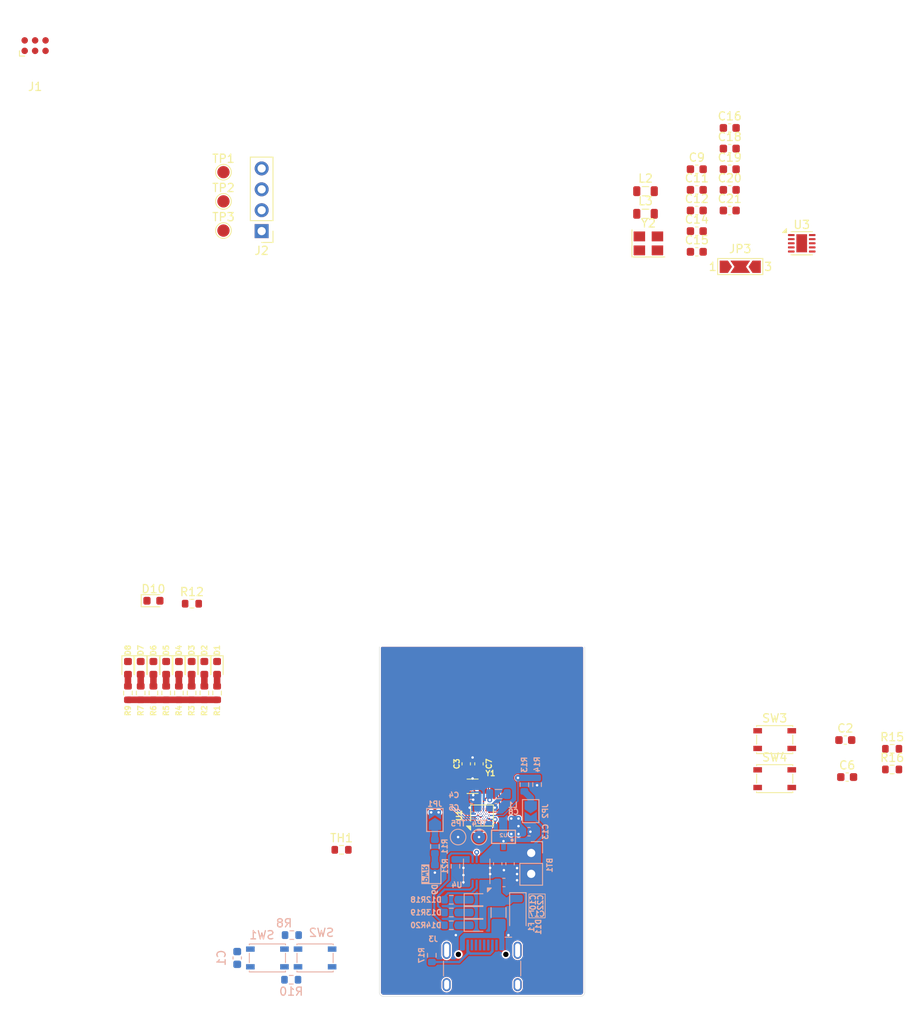
<source format=kicad_pcb>
(kicad_pcb (version 20241229) (generator "pcbnew") (generator_version "9.0")
  (layers (0 "F.Cu" signal) (4 "In1.Cu" signal) (6 "In2.Cu" signal) (2 "B.Cu" signal) (13 "F.Paste" user) (15 "B.Paste" user) (5 "F.SilkS" user "F.Silkscreen") (7 "B.SilkS" user "B.Silkscreen") (1 "F.Mask" user) (3 "B.Mask" user) (25 "Edge.Cuts" user))
  (net 0 "")
  (net 1 "+BATT")
  (net 2 "GND")
  (net 3 "/NRST")
  (net 4 "+3V3")
  (net 5 "/WKUP_1")
  (net 6 "/WKUP_2")
  (net 7 "/LSE_I")
  (net 8 "+3.3VA")
  (net 9 "/LSE_O")
  (net 10 "Net-(U3-XTLIN)")
  (net 11 "Net-(U3-XTLOUT)")
  (net 12 "Net-(U3-XTAL_MOD)")
  (net 13 "Net-(U3-PAOUT)")
  (net 14 "Net-(AE1-A)")
  (net 15 "Net-(D1-A)")
  (net 16 "Net-(D2-A)")
  (net 17 "/STATUS")
  (net 18 "/DATA3")
  (net 19 "Net-(D7-A)")
  (net 20 "Net-(D8-A)")
  (net 21 "/DATA2")
  (net 22 "/DATA1")
  (net 23 "Net-(D9-A)")
  (net 24 "Net-(D10-A)")
  (net 25 "/DATA0")
  (net 26 "/DATA7")
  (net 27 "/DATA6")
  (net 28 "/DATA5")
  (net 29 "/DATA4")
  (net 30 "Net-(F1-Pad1)")
  (net 31 "/SWDIO")
  (net 32 "/SWCLK")
  (net 34 "Net-(J2-Pin_3)")
  (net 35 "Net-(J2-Pin_2)")
  (net 36 "Net-(JP1-A)")
  (net 37 "/RF_TX")
  (net 38 "Net-(JP2-A)")
  (net 39 "/BOOT")
  (net 40 "Net-(U4-STAT1)")
  (net 41 "Net-(U4-STAT2)")
  (net 42 "Net-(U4-~{PG})")
  (net 43 "Net-(U4-PROG)")
  (net 44 "Net-(U4-THERM)")
  (net 45 "/RF_EN")
  (net 46 "Net-(D11-K)")
  (net 47 "Net-(D3-A)")
  (net 48 "Net-(D4-A)")
  (net 49 "Net-(D5-A)")
  (net 50 "Net-(D6-A)")
  (net 51 "Net-(D12-K)")
  (net 52 "Net-(D13-K)")
  (net 53 "Net-(D14-K)")
  (net 61 "Net-(J3-CC1)")
  (net 65 "Net-(U1-PA4)")
  (net 70 "Net-(JP3-B)")
  (net 71 "Net-(JP3-A)")
  (net 72 "Net-(C19-Pad2)")
  (footprint "TestPoint:TestPoint_Pad_D1.5mm" (layer "F.Cu") (at 70 42.95)
    (property "Reference" "TP2")
    (property "Value" "TX")
  )
  (footprint "Package_DFN_QFN:DFN-10-1EP_2.6x2.6mm_P0.5mm_EP1.3x2.2mm" (layer "F.Cu") (at 140.39 48.045)
    (property "Reference" "U3")
    (property "Value" "MICRF112YMU-TR")
  )
  (footprint "LED_SMD:LED_0603_1608Metric" (layer "F.Cu") (at 66.125 99.6875 -90)
    (property "Reference" "D3")
    (property "Value" "1")
  )
  (footprint "Resistor_SMD:R_0603_1608Metric" (layer "F.Cu") (at 67.675 102.7375 -90)
    (property "Reference" "R2")
    (property "Value" "1k")
  )
  (footprint "Resistor_SMD:R_0603_1608Metric" (layer "F.Cu") (at 58.375 102.7375 -90)
    (property "Reference" "R9")
    (property "Value" "1k")
  )
  (footprint "Crystal:Crystal_SMD_3215-2Pin_3.2x1.5mm" (layer "F.Cu") (at 100.325 114.075 180)
    (property "Reference" "Y1")
    (property "Value" "32.786KHz")
  )
  (footprint "Crystal:Crystal_SMD_3225-4Pin_3.2x2.5mm" (layer "F.Cu") (at 121.725 48.06)
    (property "Reference" "Y2")
    (property "Value" "13.56MHz")
  )
  (footprint "Capacitor_SMD:C_0603_1608Metric" (layer "F.Cu") (at 99.55 111.349999 -90)
    (property "Reference" "C3")
    (property "Value" "12p")
  )
  (footprint "TestPoint:TestPoint_Pad_D1.5mm" (layer "F.Cu") (at 70 46.5)
    (property "Reference" "TP3")
    (property "Value" "RX")
  )
  (footprint "Capacitor_SMD:C_0603_1608Metric" (layer "F.Cu") (at 131.625 39.04)
    (property "Reference" "C19")
    (property "Value" "2p2")
  )
  (footprint "Resistor_SMD:R_0603_1608Metric" (layer "F.Cu") (at 66.16 91.8725)
    (property "Reference" "R12")
    (property "Value" "1k")
  )
  (footprint "Capacitor_SMD:C_0603_1608Metric" (layer "F.Cu") (at 131.625 41.55)
    (property "Reference" "C20")
    (property "Value" "dnp")
  )
  (footprint "Capacitor_SMD:C_0603_1608Metric" (layer "F.Cu") (at 127.615 41.55)
    (property "Reference" "C11")
    (property "Value" "100n")
  )
  (footprint "Capacitor_SMD:C_0603_1608Metric" (layer "F.Cu") (at 131.625 36.53)
    (property "Reference" "C18")
    (property "Value" "1p2")
  )
  (footprint "Resistor_SMD:R_0603_1608Metric" (layer "F.Cu") (at 61.475 102.7375 -90)
    (property "Reference" "R6")
    (property "Value" "1k")
  )
  (footprint "Resistor_SMD:R_0603_1608Metric" (layer "F.Cu") (at 59.925 102.7375 -90)
    (property "Reference" "R7")
    (property "Value" "1k")
  )
  (footprint "LED_SMD:LED_0603_1608Metric" (layer "F.Cu") (at 61.475 91.5125)
    (property "Reference" "D10")
    (property "Value" "STATUS")
  )
  (footprint "LED_SMD:LED_0603_1608Metric" (layer "F.Cu") (at 69.225 99.6875 -90)
    (property "Reference" "D1")
    (property "Value" "3")
  )
  (footprint "LED_SMD:LED_0603_1608Metric" (layer "F.Cu") (at 67.675 99.6875 -90)
    (property "Reference" "D2")
    (property "Value" "2")
  )
  (footprint "Capacitor_SMD:C_0603_1608Metric" (layer "F.Cu") (at 131.625 44.06)
    (property "Reference" "C21")
    (property "Value" "6p8")
  )
  (footprint "LED_SMD:LED_0603_1608Metric" (layer "F.Cu") (at 63.025 99.6875 -90)
    (property "Reference" "D5")
    (property "Value" "3")
  )
  (footprint "LED_SMD:LED_0603_1608Metric" (layer "F.Cu") (at 64.575 99.6875 -90)
    (property "Reference" "D4")
    (property "Value" "0")
  )
  (footprint "Resistor_SMD:R_0603_1608Metric" (layer "F.Cu") (at 63.025 102.7375 -90)
    (property "Reference" "R5")
    (property "Value" "1k")
  )
  (footprint "Inductor_SMD:L_0805_2012Metric" (layer "F.Cu") (at 121.375 44.46)
    (property "Reference" "L3")
    (property "Value" "43n")
  )
  (footprint "Capacitor_SMD:C_0603_1608Metric" (layer "F.Cu") (at 145.695 108.455)
    (property "Reference" "C2")
    (property "Value" "100n")
  )
  (footprint "TestPoint:TestPoint_Pad_D1.5mm" (layer "F.Cu") (at 70 39.4)
    (property "Reference" "TP1")
    (property "Value" "TX")
  )
  (footprint "Capacitor_SMD:C_0603_1608Metric" (layer "F.Cu") (at 127.615 39.04)
    (property "Reference" "C9")
    (property "Value" "100p")
  )
  (footprint "Capacitor_SMD:C_0603_1608Metric" (layer "F.Cu") (at 145.92 112.955)
    (property "Reference" "C6")
    (property "Value" "100n")
  )
  (footprint "Button_Switch_SMD:SW_SPST_PTS810" (layer "F.Cu") (at 137.1 108.4)
    (property "Reference" "SW3")
    (property "Value" "NRST")
  )
  (footprint "Connector:Tag-Connect_TC2030-IDC-FP_2x03_P1.27mm_Vertical" (layer "F.Cu") (at 47.075 24.01)
    (property "Reference" "J1")
    (property "Value" "JTAG")
  )
  (footprint "LED_SMD:LED_0603_1608Metric" (layer "F.Cu") (at 59.925 99.6875 -90)
    (property "Reference" "D7")
    (property "Value" "1")
  )
  (footprint "Resistor_SMD:R_0603_1608Metric" (layer "F.Cu") (at 151.395 109.52)
    (property "Reference" "R15")
    (property "Value" "10k")
  )
  (footprint "LED_SMD:LED_0603_1608Metric" (layer "F.Cu") (at 61.475 99.6875 -90)
    (property "Reference" "D6")
    (property "Value" "2")
  )
  (footprint "Capacitor_SMD:C_0603_1608Metric" (layer "F.Cu") (at 101.1 111.349999 -90)
    (property "Reference" "C7")
    (property "Value" "12p")
  )
  (footprint "Resistor_SMD:R_0603_1608Metric" (layer "F.Cu") (at 66.125 102.7375 -90)
    (property "Reference" "R3")
    (property "Value" "1k")
  )
  (footprint "Package_CSP:ST_WLCSP-27_2.34x2.55mm_Layout9x6_P0.4mm_Stagger" (layer "F.Cu") (at 101.475 117.625 90)
    (property "Reference" "U1")
    (property "Value" "STM32U031G6Yx")
  )
  (footprint "Capacitor_SMD:C_0603_1608Metric" (layer "F.Cu") (at 131.625 34.02)
    (property "Reference" "C16")
    (property "Value" "dnp")
  )
  (footprint "Inductor_SMD:L_0805_2012Metric" (layer "F.Cu") (at 121.375 41.71)
    (property "Reference" "L2")
    (property "Value" "470n")
  )
  (footprint "Capacitor_SMD:C_0603_1608Metric" (layer "F.Cu") (at 127.615 44.06)
    (property "Reference" "C12")
    (property "Value" "10u")
  )
  (footprint "Resistor_SMD:R_0603_1608Metric" (layer "F.Cu") (at 64.575 102.7375 -90)
    (property "Reference" "R4")
    (property "Value" "1k")
  )
  (footprint "Jumper:SolderJumper-3_P2.0mm_Open_TrianglePad1.0x1.5mm_NumberLabels" (layer "F.Cu") (at 132.905 50.9)
    (property "Reference" "JP3")
    (property "Value" "A/F-SK")
  )
  (footprint "Connector_PinHeader_2.54mm:PinHeader_1x04_P2.54mm_Vertical" (layer "F.Cu") (at 74.650001 46.565003 180)
    (property "Reference" "J2")
    (property "Value" "UART")
  )
  (footprint "Capacitor_SMD:C_0603_1608Metric" (layer "F.Cu") (at 127.615 46.57)
    (property "Reference" "C14")
    (property "Value" "12p")
  )
  (footprint "Button_Switch_SMD:SW_SPST_PTS810" (layer "F.Cu") (at 137.1 113.15)
    (property "Reference" "SW4")
    (property "Value" "NRST")
  )
  (footprint "LED_SMD:LED_0603_1608Metric" (layer "F.Cu") (at 58.375 99.6875 -90)
    (property "Reference" "D8")
    (property "Value" "0")
  )
  (footprint "Resistor_SMD:R_0603_1608Metric" (layer "F.Cu") (at 151.395 112.03)
    (property "Reference" "R16")
    (property "Value" "10k")
  )
  (footprint "Capacitor_SMD:C_0603_1608Metric" (layer "F.Cu") (at 127.615 49.08)
    (property "Reference" "C15")
    (property "Value" "12p")
  )
  (footprint "Resistor_SMD:R_0603_1608Metric" (layer "F.Cu") (at 84.375 121.8)
    (property "Reference" "TH1")
    (property "Value" "10k")
  )
  (footprint "Resistor_SMD:R_0603_1608Metric" (layer "F.Cu") (at 69.225 102.7375 -90)
    (property "Reference" "R1")
    (property "Value" "1k")
  )
  (footprint "Resistor_SMD:R_0603_1608Metric" (layer "B.Cu") (at 106.625002 113.875 90)
    (property "Reference" "R13")
    (property "Value" "20k")
  )
  (footprint "Capacitor_SMD:C_0603_1608Metric" (layer "B.Cu") (at 100.175 115.15 180)
    (property "Reference" "C4")
    (property "Value" "4u7")
  )
  (footprint "Capacitor_SMD:C_0603_1608Metric" (layer "B.Cu") (at 71.675 134.95 90)
    (property "Reference" "C1")
    (property "Value" "100n")
  )
  (footprint "LED_SMD:LED_0603_1608Metric" (layer "B.Cu") (at 100.785548 127.875)
    (property "Reference" "D12")
    (property "Value" "STAT1")
  )
  (footprint "Jumper:SolderJumper-2_P1.3mm_Open_TrianglePad1.0x1.5mm" (layer "B.Cu") (at 107.4 117.1 -90)
    (property "Reference" "JP2")
    (property "Value" "SENS")
  )
  (footprint "Connector_USB:USB_C_Receptacle_HCTL_HC-TYPE-C-16P-01A" (layer "B.Cu") (at 101.485548 137.125 180)
    (property "Reference" "J3")
    (property "Value" "CH_USB_C")
  )
  (footprint "Connector_PinHeader_2.54mm:PinHeader_1x02_P2.54mm_Vertical" (layer "B.Cu") (at 107.460548 122.185 180)
    (property "Reference" "BT1")
    (property "Value" "APP")
  )
  (footprint "Capacitor_SMD:C_0603_1608Metric" (layer "B.Cu") (at 103.385548 123.5 90)
    (property "Reference" "C10")
    (property "Value" "1u")
  )
  (footprint "Resistor_SMD:R_0603_1608Metric" (layer "B.Cu") (at 78.25 137.6)
    (property "Reference" "R10")
    (property "Value" "10k")
  )
  (footprint "Diode_SMD:D_SOD-123" (layer "B.Cu") (at 105.835548 129.375 -90)
    (property "Reference" "D11")
    (property "Value" "5v6")
  )
  (footprint "Resistor_SMD:R_0603_1608Metric" (layer "B.Cu") (at 78.325 132.175)
    (property "Reference" "R8")
    (property "Value" "10k")
  )
  (footprint "Jumper:SolderJumper-2_P1.3mm_Open_TrianglePad1.0x1.5mm" (layer "B.Cu") (at 95.735548 118.175 90)
    (property "Reference" "JP1")
    (property "Value" "PWR")
  )
  (footprint "Inductor_SMD:L_0805_2012Metric" (layer "B.Cu") (at 103.475 115.025)
    (property "Reference" "L1")
    (property "Value" "10u")
  )
  (footprint "Capacitor_SMD:C_0603_1608Metric" (layer "B.Cu") (at 103.199999 116.675)
    (property "Reference" "C8")
    (property "Value" "100n")
  )
  (footprint "Resistor_SMD:R_0603_1608Metric" (layer "B.Cu") (at 95.735548 121.4 90)
    (property "Reference" "R11")
    (property "Value" "5k1")
  )
  (footprint "Capacitor_SMD:C_0603_1608Metric" (layer "B.Cu") (at 104.885548 123.5 -90)
    (property "Reference" "C22")
    (property "Value" "1u")
  )
  (footprint "Resistor_SMD:R_0603_1608Metric" (layer "B.Cu") (at 95.360548 134.625 90)
    (property "Reference" "R17")
    (property "Value" "5k1")
  )
  (footprint "Button_Switch_SMD:SW_SPST_PTS810" (layer "B.Cu") (at 81.15 134.95 180)
    (property "Reference" "SW2")
    (property "Value" "BOOT")
  )
  (footprint "LED_SMD:LED_0603_1608Metric" (layer "B.Cu") (at 100.785548 129.425)
    (property "Reference" "D13")
    (property "Value" "STAT2")
  )
  (footprint "TestPoint:TestPoint_Pad_D1.5mm" (layer "B.Cu") (at 101.110548 120.25 180)
    (property "Reference" "TP4")
    (property "Value" "3v3")
  )
  (footprint "LED_SMD:LED_0603_1608Metric" (layer "B.Cu") (at 100.785548 130.975)
    (property "Reference" "D14")
    (property "Value" "PG")
  )
  (footprint "Resistor_SMD:R_0603_1608Metric" (layer "B.Cu") (at 97.735548 127.875)
    (property "Reference" "R18")
    (property "Value" "470")
  )
  (footprint "LED_SMD:LED_0603_1608Metric" (layer "B.Cu") (at 95.735548 124.425 90)
    (property "Reference" "D9")
    (property "Value" "PWR")
  )
  (footprint "Resistor_SMD:R_0603_1608Metric" (layer "B.Cu") (at 98.235548 123.8 90)
    (property "Reference" "R21")
    (property "Value" "10k")
  )
  (footprint "TestPoint:TestPoint_Pad_D1.5mm" (layer "B.Cu") (at 98.560548 120.25 180)
    (property "Reference" "TP5")
    (property "Value" "GND")
  )
  (footprint "Capacitor_SMD:C_0603_1608Metric" (layer "B.Cu") (at 104.135548 125.775)
    (property "Reference" "C17")
    (property "Value" "1u")
  )
  (footprint "Marijn:SOT-25" (layer "B.Cu") (at 104.085548 120.225 180)
    (property "Reference" "U2")
    (property "Value" "AP7343D-33W5" (hide yes))
  )
  (footprint "Resistor_SMD:R_0603_1608Metric" (layer "B.Cu") (at 108.175 113.875001 -90)
    (property "Reference" "R14")
    (property "Value" "30k")
  )
  (footprint "Resistor_SMD:R_0603_1608Metric" (layer "B.Cu") (at 97.735548 129.425)
    (property "Reference" "R19")
    (property "Value" "470")
  )
  (footprint "Fuse:Fuse_1206_3216Metric" (layer "B.Cu") (at 103.485548 129.425 90)
    (property "Reference" "F1")
    (property "Value" "6V/2A")
  )
  (footprint "Button_Switch_SMD:SW_SPST_PTS810" (layer "B.Cu") (at 75.35 134.95 180)
    (property "Reference" "SW1")
    (property "Value" "NRST")
  )
  (footprint "Capacitor_SMD:C_0603_1608Metric" (layer "B.Cu") (at 107.185548 119.6 180)
    (property "Reference" "C13")
    (property "Value" "1u")
  )
  (footprint "Package_DFN_QFN:DFN-10-1EP_3x3mm_P0.5mm_EP1.58x2.35mm" (layer "B.Cu") (at 100.825548 124.42 90)
    (property "Reference" "U4")
    (property "Value" "MCP73833")
  )
  (footprint "Resistor_SMD:R_0603_1608Metric" (layer "B.Cu") (at 97.735548 130.975)
    (property "Reference" "R20")
    (property "Value" "470")
  )
  (footprint "Capacitor_SMD:C_0603_1608Metric" (layer "B.Cu") (at 100.175 116.675 180)
    (property "Reference" "C5")
    (property "Value" "100n")
  )
  (gr_rect (start 94.085548 123.575) (end 95.035548 123.775) (fill yes) (layer "B.SilkS"))
  (gr_rect (start 94.085548 125.725) (end 95.035548 125.975) (fill yes) (layer "B.SilkS"))
  (gr_rect (start 107.185548 127.175) (end 109.160548 130.075) (stroke (width 0.1)) (fill no) (layer "B.SilkS"))
  (gr_line (start 113.975 139.125) (end 113.975 97.125) (stroke (width 0.05)) (layer "Edge.Cuts"))
  (gr_arc (start 89.475 139.625) (mid 89.121447 139.478553) (end 88.975 139.125) (stroke (width 0.05)) (layer "Edge.Cuts"))
  (gr_line (start 89.475 139.625) (end 113.475 139.625) (stroke (width 0.05)) (layer "Edge.Cuts"))
  (gr_arc (start 113.975 139.125) (mid 113.828553 139.478553) (end 113.475 139.625) (stroke (width 0.05)) (layer "Edge.Cuts"))
  (gr_line (start 88.975 139.125) (end 88.975 97.125) (stroke (width 0.05)) (layer "Edge.Cuts"))
  (gr_text "PWR" (at 94.135548 125.875 -90) (layer "B.SilkS" knockout) (effects (font (size 0.65 0.65) (thickness 0.13) (bold yes)) (justify left bottom mirror)))
  (segment (start 107.4 117.825) (end 107.675 117.825) (width 0.3) (layer "B.Cu") (net 1))
  (segment (start 107.675 117.825) (end 108.85 119) (width 0.3) (layer "B.Cu") (net 1))
  (segment (start 108.85 119) (end 108.85 120.15) (width 0.3) (layer "B.Cu") (net 1))
  (segment (start 108.85 120.15) (end 107.460548 121.539452) (width 0.3) (layer "B.Cu") (net 1))
  (segment (start 107.460548 121.539452) (end 107.460548 122.185) (width 0.3) (layer "B.Cu") (net 1))
  (segment (start 100.325 117.025) (end 99.975 116.675) (width 0.15) (layer "F.Cu") (net 2))
  (segment (start 100.325 110.574998) (end 99.55 110.574998) (width 0.9) (layer "F.Cu") (net 2))
  (segment (start 100.608975 117.025) (end 100.325 117.025) (width 0.15) (layer "F.Cu") (net 2))
  (segment (start 101.1 110.574998) (end 100.325 110.574998) (width 0.9) (layer "F.Cu") (net 2))
  (via (at 100.325 110.574998) (size 0.6) (drill 0.3) (layers "F.Cu" "B.Cu") (net 2))
  (via (at 95.735548 124.576) (size 0.6) (drill 0.3) (layers "F.Cu" "B.Cu") (net 2))
  (via (at 100.325 113.125) (size 0.6) (drill 0.3) (layers "F.Cu" "B.Cu") (net 2))
  (via (at 108.175 113.951001) (size 0.6) (drill 0.3) (layers "F.Cu" "B.Cu") (net 2))
  (via (at 107.361548 119.6) (size 0.6) (drill 0.3) (layers "F.Cu" "B.Cu") (net 2))
  (via (at 99.210548 125.75) (size 0.6) (drill 0.3) (layers "F.Cu" "B.Cu") (net 2))
  (via (at 99.210548 124.875) (size 0.6) (drill 0.3) (layers "F.Cu" "B.Cu") (net 2))
  (via (at 105.735548 124.75) (size 0.6) (drill 0.3) (layers "F.Cu" "B.Cu") (net 2))
  (via (at 104.135548 124.275) (size 0.6) (drill 0.3) (layers "F.Cu" "B.Cu") (net 2))
  (via (at 105.735548 125.5) (size 0.6) (drill 0.3) (layers "F.Cu" "B.Cu") (net 2))
  (via (at 102.460548 124.75) (size 0.6) (drill 0.3) (layers "F.Cu" "B.Cu") (net 2))
  (via (at 102.460548 124) (size 0.6) (drill 0.3) (layers "F.Cu" "B.Cu") (net 2))
  (via (at 99.210548 124) (size 0.6) (drill 0.3) (layers "F.Cu" "B.Cu") (net 2))
  (via (at 104.685548 132.175) (size 0.6) (drill 0.3) (layers "F.Cu" "B.Cu") (net 2))
  (via (at 98.285548 132.175) (size 0.6) (drill 0.3) (layers "F.Cu" "B.Cu") (net 2))
  (via (at 104.085548 120.75) (size 0.6) (drill 0.3) (layers "F.Cu" "B.Cu") (net 2))
  (via (at 99.975 116.675) (size 0.6) (drill 0.3) (layers "F.Cu" "B.Cu") (net 2))
  (via (at 105.735548 124.025) (size 0.6) (drill 0.3) (layers "F.Cu" "B.Cu") (net 2))
  (via (at 98.560548 120.25) (size 0.6) (drill 0.3) (layers "F.Cu" "B.Cu") (net 2))
  (segment (start 98.285548 132.730001) (end 98.024547 132.469) (width 0.6) (layer "B.Cu") (net 2))
  (segment (start 95.735548 125.2125) (end 95.735548 124.576) (width 0.8) (layer "B.Cu") (net 2))
  (segment (start 96.691548 132.469) (end 95.360548 133.8) (width 0.6) (layer "B.Cu") (net 2))
  (segment (start 98.285548 133.38) (end 98.285548 132.730001) (width 0.6) (layer "B.Cu") (net 2))
  (segment (start 98.024547 132.469) (end 96.691548 132.469) (width 0.6) (layer "B.Cu") (net 2))
  (segment (start 107.960548 119.6) (end 107.361548 119.6) (width 0.8) (layer "B.Cu") (net 2))
  (segment (start 98.285548 133.38) (end 98.285548 132.175) (width 0.6) (layer "B.Cu") (net 2))
  (segment (start 100.620548 124.625) (end 100.825548 124.42) (width 0.8) (layer "B.Cu") (net 2))
  (segment (start 108.175 114.700001) (end 108.175 113.951001) (width 0.8) (layer "B.Cu") (net 2))
  (segment (start 104.085548 121.425) (end 104.085548 120.75) (width 0.55) (layer "B.Cu") (net 2))
  (segment (start 104.685548 133.38) (end 104.685548 132.175) (width 0.6) (layer "B.Cu") (net 2))
  (segment (start 99.4 115.15) (end 99.4 116.675) (width 0.9) (layer "B.Cu") (net 2))
  (segment (start 104.685548 132.175) (end 105.835548 131.025) (width 0.6) (layer "B.Cu") (net 2))
  (segment (start 101.648204 115.834015) (end 102.25 115.232219) (width 0.15) (layer "F.Cu") (net 3))
  (segment (start 101.648204 116.825) (end 101.648204 115.834015) (width 0.15) (layer "F.Cu") (net 3))
  (segment (start 102.25 115.232219) (end 102.25 114.05) (width 0.15) (layer "F.Cu") (net 3))
  (segment (start 58.375 103.5625) (end 69.225 103.5625) (width 0.8) (layer "F.Cu") (net 4))
  (via (at 101.110548 120.25) (size 0.6) (drill 0.3) (layers "F.Cu" "B.Cu") (net 4))
  (via (at 95.285548 117.25) (size 0.6) (drill 0.3) (layers "F.Cu" "B.Cu") (net 4))
  (via (at 105.910548 118.925) (size 0.6) (drill 0.3) (layers "F.Cu" "B.Cu") (net 4))
  (via (at 100.401 115.711372) (size 0.6) (drill 0.3) (layers "F.Cu" "B.Cu") (net 4))
  (via (at 102.4125 115.742885) (size 0.6) (drill 0.3) (layers "F.Cu" "B.Cu") (net 4))
  (via (at 105.910548 119.875) (size 0.6) (drill 0.3) (layers "F.Cu" "B.Cu") (net 4))
  (via (at 96.185548 117.25) (size 0.6) (drill 0.3) (layers "F.Cu" "B.Cu") (net 4))
  (via micro (at 100.955385 117.225001) (size 0.25) (drill 0.15) (layers "F.Cu" "B.Cu") (net 4))
  (via (at 105.035548 119.875) (size 0.6) (drill 0.3) (layers "F.Cu" "B.Cu") (net 4))
  (via (at 105.910548 118) (size 0.6) (drill 0.3) (layers "F.Cu" "B.Cu") (net 4))
  (via (at 100.401 115.15) (size 0.6) (drill 0.3) (layers "F.Cu" "B.Cu") (net 4))
  (via (at 105.035548 118) (size 0.6) (drill 0.3) (layers "F.Cu" "B.Cu") (net 4))
  (segment (start 102.4125 115.742885) (end 102.4125 115.025) (width 0.55) (layer "B.Cu") (net 4))
  (segment (start 95.735548 117.45) (end 95.485548 117.45) (width 0.3) (layer "B.Cu") (net 4))
  (segment (start 95.985548 117.45) (end 96.185548 117.25) (width 0.3) (layer "B.Cu") (net 4))
  (segment (start 100.955385 117.225001) (end 100.955385 116.680385) (width 0.25) (layer "B.Cu") (net 4))
  (segment (start 100.955385 116.680385) (end 100.95 116.675) (width 0.25) (layer "B.Cu") (net 4))
  (segment (start 100.95 115.15) (end 100.95 116.675) (width 0.9) (layer "B.Cu") (net 4))
  (segment (start 95.485548 117.45) (end 95.285548 117.25) (width 0.3) (layer "B.Cu") (net 4))
  (segment (start 95.735548 117.45) (end 95.985548 117.45) (width 0.3) (layer "B.Cu") (net 4))
  (segment (start 100.401 115.15) (end 100.401 115.711372) (width 0.9) (layer "B.Cu") (net 4))
  (segment (start 100.95 115.15) (end 100.401 115.15) (width 0.9) (layer "B.Cu") (net 4))
  (via micro (at 101.301795 117.425001) (size 0.25) (drill 0.15) (layers "F.Cu" "B.Cu") (net 5))
  (via micro (at 101.648206 117.225002) (size 0.25) (drill 0.15) (layers "F.Cu" "B.Cu") (net 6))
  (segment (start 101.648206 117.225002) (end 101.648206 116.076794) (width 0.15) (layer "B.Cu") (net 6))
  (segment (start 101.648206 116.076794) (end 101.65 116.075) (width 0.15) (layer "B.Cu") (net 6))
  (segment (start 99.075 112.6) (end 99.55 112.125) (width 0.9) (layer "F.Cu") (net 7))
  (segment (start 100.877 116.746617) (end 100.877 114.952834) (width 0.15) (layer "F.Cu") (net 7))
  (segment (start 100.877 114.952834) (end 99.999166 114.075) (width 0.15) (layer "F.Cu") (net 7))
  (segment (start 99.999166 114.075) (end 99.075 114.075) (width 0.15) (layer "F.Cu") (net 7))
  (segment (start 99.075 114.075) (end 99.075 112.6) (width 0.9) (layer "F.Cu") (net 7))
  (segment (start 100.955383 116.825) (end 100.877 116.746617) (width 0.15) (layer "F.Cu") (net 7))
  (segment (start 102.873999 116.825001) (end 103.024 116.675) (width 0.15) (layer "F.Cu") (net 8))
  (segment (start 102.341025 116.825001) (end 102.873999 116.825001) (width 0.15) (layer "F.Cu") (net 8))
  (via (at 103.024 116.675) (size 0.6) (drill 0.3) (layers "F.Cu" "B.Cu") (net 8))
  (segment (start 102.424998 116.675) (end 103.024 116.675) (width 0.8) (layer "B.Cu") (net 8))
  (segment (start 104.2 115.025) (end 102.55 116.675) (width 0.55) (layer "B.Cu") (net 8))
  (segment (start 104.5375 115.025) (end 104.2 115.025) (width 0.55) (layer "B.Cu") (net 8))
  (segment (start 102.55 116.675) (end 102.424998 116.675) (width 0.55) (layer "B.Cu") (net 8))
  (segment (start 101.301795 117.025) (end 101.301795 114.348205) (width 0.15) (layer "F.Cu") (net 9))
  (segment (start 101.575 112.6) (end 101.1 112.125) (width 0.9) (layer "F.Cu") (net 9))
  (segment (start 101.575 114.075) (end 101.575 112.6) (width 0.9) (layer "F.Cu") (net 9))
  (segment (start 101.301795 114.348205) (end 101.575 114.075) (width 0.15) (layer "F.Cu") (net 9))
  (segment (start 69.225 101.9125) (end 69.225 100.475) (width 0.8) (layer "F.Cu") (net 15))
  (segment (start 67.675 101.9125) (end 67.675 100.475) (width 0.8) (layer "F.Cu") (net 16))
  (via micro (at 101.994615 117.425) (size 0.25) (drill 0.15) (layers "F.Cu" "B.Cu") (net 17))
  (segment (start 100.608976 118.225) (end 100.141898 118.225) (width 0.15) (layer "F.Cu") (net 18))
  (segment (start 100.141898 118.225) (end 98.045949 116.129051) (width 0.15) (layer "F.Cu") (net 18))
  (segment (start 59.925 101.9125) (end 59.925 100.475) (width 0.8) (layer "F.Cu") (net 19))
  (segment (start 58.375 101.9125) (end 58.375 100.475) (width 0.8) (layer "F.Cu") (net 20))
  (via micro (at 100.955385 118.025) (size 0.25) (drill 0.15) (layers "F.Cu" "B.Cu") (net 21))
  (segment (start 99.225 118.025) (end 97.95 116.75) (width 0.15) (layer "B.Cu") (net 21))
  (segment (start 100.955385 118.025) (end 99.225 118.025) (width 0.15) (layer "B.Cu") (net 21))
  (segment (start 101.9158 119.027001) (end 100.233963 119.027001) (width 0.15) (layer "F.Cu") (net 22))
  (segment (start 102.341025 118.601776) (end 101.9158 119.027001) (width 0.15) (layer "F.Cu") (net 22))
  (segment (start 100.233963 119.027001) (end 97.778481 116.571519) (width 0.15) (layer "F.Cu") (net 22))
  (segment (start 102.341025 118.425) (end 102.341025 118.601776) (width 0.15) (layer "F.Cu") (net 22))
  (segment (start 95.735548 122.225) (end 95.735548 123.6375) (width 0.8) (layer "B.Cu") (net 23))
  (segment (start 102.019768 119.278001) (end 100.129995 119.278001) (width 0.15) (layer "F.Cu") (net 25))
  (segment (start 100.129995 119.278001) (end 97.663497 116.811503) (width 0.15) (layer "F.Cu") (net 25))
  (segment (start 102.642025 118.655744) (end 102.019768 119.278001) (width 0.15) (layer "F.Cu") (net 25))
  (segment (start 102.341025 118.025001) (end 102.366705 118.025001) (width 0.15) (layer "F.Cu") (net 25))
  (segment (start 102.366705 118.025001) (end 102.642025 118.300321) (width 0.15) (layer "F.Cu") (net 25))
  (segment (start 102.642025 118.300321) (end 102.642025 118.655744) (width 0.15) (layer "F.Cu") (net 25))
  (segment (start 101.994615 118.225) (end 101.999205 118.22959) (width 0.15) (layer "F.Cu") (net 26))
  (segment (start 101.793594 118.776001) (end 100.337931 118.776001) (width 0.15) (layer "F.Cu") (net 26))
  (segment (start 101.999205 118.22959) (end 101.999205 118.57039) (width 0.15) (layer "F.Cu") (net 26))
  (segment (start 101.999205 118.57039) (end 101.793594 118.776001) (width 0.15) (layer "F.Cu") (net 26))
  (segment (start 100.337931 118.776001) (end 97.893465 116.331535) (width 0.15) (layer "F.Cu") (net 26))
  (segment (start 103.072718 118.099998) (end 103.072718 118.580019) (width 0.15) (layer "F.Cu") (net 27))
  (segment (start 100.026027 119.529001) (end 97.561013 117.063987) (width 0.15) (layer "F.Cu") (net 27))
  (segment (start 102.123736 119.529001) (end 100.026027 119.529001) (width 0.15) (layer "F.Cu") (net 27))
  (segment (start 103.072718 118.580019) (end 102.123736 119.529001) (width 0.15) (layer "F.Cu") (net 27))
  (via micro (at 101.994616 117.825002) (size 0.25) (drill 0.15) (layers "F.Cu" "B.Cu") (net 27))
  (via (at 103.072718 118.099998) (size 0.6) (drill 0.3) (layers "F.Cu" "B.Cu") (net 27))
  (segment (start 102.269612 118.099998) (end 103.072718 118.099998) (width 0.15) (layer "B.Cu") (net 27))
  (segment (start 101.994616 117.825002) (end 102.269612 118.099998) (width 0.15) (layer "B.Cu") (net 27))
  (via micro (at 101.648204 117.625001) (size 0.25) (drill 0.15) (layers "F.Cu" "B.Cu") (net 28))
  (segment (start 100.745351 117.774) (end 100.820351 117.699) (width 0.1) (layer "B.Cu") (net 28))
  (segment (start 100.820351 117.699) (end 101.099 117.699) (width 0.1) (layer "B.Cu") (net 28))
  (segment (start 101.151001 117.751001) (end 101.436829 117.751001) (width 0.1) (layer "B.Cu") (net 28))
  (segment (start 99.328968 117.774) (end 98.602484 117.047516) (width 0.15) (layer "B.Cu") (net 28))
  (segment (start 100.699 117.774) (end 99.328968 117.774) (width 0.15) (layer "B.Cu") (net 28))
  (segment (start 101.562829 117.625001) (end 101.648204 117.625001) (width 0.1) (layer "B.Cu") (net 28))
  (segment (start 101.099 117.699) (end 101.151001 117.751001) (width 0.1) (layer "B.Cu") (net 28))
  (segment (start 100.699 117.774) (end 100.745351 117.774) (width 0.1) (layer "B.Cu") (net 28))
  (segment (start 101.436829 117.751001) (end 101.562829 117.625001) (width 0.1) (layer "B.Cu") (net 28))
  (segment (start 100.608975 117.825001) (end 100.096867 117.825001) (width 0.15) (layer "F.Cu") (net 29))
  (segment (start 100.096867 117.825001) (end 98.175 115.903134) (width 0.15) (layer "F.Cu") (net 29))
  (segment (start 103.885548 132.525) (end 103.885548 133.38) (width 0.6) (layer "B.Cu") (net 30))
  (segment (start 103.585548 132.225) (end 103.885548 132.525) (width 0.6) (layer "B.Cu") (net 30))
  (segment (start 99.385548 132.225) (end 103.585548 132.225) (width 0.6) (layer "B.Cu") (net 30))
  (segment (start 99.085548 133.38) (end 99.085548 132.525) (width 0.6) (layer "B.Cu") (net 30))
  (segment (start 99.085548 132.525) (end 99.385548 132.225) (width 0.6) (layer "B.Cu") (net 30))
  (via micro (at 101.648205 118.024999) (size 0.25) (drill 0.15) (layers "F.Cu" "B.Cu") (net 34))
  (via micro (at 101.648205 118.425001) (size 0.25) (drill 0.15) (layers "F.Cu" "B.Cu") (net 35))
  (segment (start 95.735548 120.575) (end 95.735548 118.9) (width 0.8) (layer "B.Cu") (net 36))
  (segment (start 102.216346 116.524001) (end 102.475999 116.524001) (width 0.15) (layer "F.Cu") (net 37))
  (segment (start 103.349 115.651) (end 103.349 112.925) (width 0.15) (layer "F.Cu") (net 37))
  (segment (start 102.475999 116.524001) (end 103.349 115.651) (width 0.15) (layer "F.Cu") (net 37))
  (segment (start 102 116.740347) (end 102.216346 116.524001) (width 0.15) (layer "F.Cu") (net 37))
  (segment (start 102 117.019614) (end 102 116.740347) (width 0.15) (layer "F.Cu") (net 37))
  (segment (start 107.4 115.474998) (end 106.625002 114.7) (width 0.8) (layer "B.Cu") (net 38))
  (segment (start 107.4 116.375) (end 107.4 115.474998) (width 0.8) (layer "B.Cu") (net 38))
  (segment (start 100.051834 117.425) (end 99.4 116.773166) (width 0.15) (layer "F.Cu") (net 39))
  (segment (start 100.608974 117.425) (end 100.051834 117.425) (width 0.15) (layer "F.Cu") (net 39))
  (segment (start 99.4 116.773166) (end 99.4 116.275) (width 0.15) (layer "F.Cu") (net 39))
  (segment (start 100.825548 125.8575) (end 100.825548 126.458964) (width 0.25) (layer "B.Cu") (net 40))
  (segment (start 100.210512 127.074) (end 97.336548 127.074) (width 0.25) (layer "B.Cu") (net 40))
  (segment (start 97.336548 127.074) (end 96.910548 127.5) (width 0.25) (layer "B.Cu") (net 40))
  (segment (start 100.825548 126.458964) (end 100.210512 127.074) (width 0.25) (layer "B.Cu") (net 40))
  (segment (start 96.910548 127.5) (end 96.910548 127.875) (width 0.25) (layer "B.Cu") (net 40))
  (segment (start 96.912548 126.623) (end 96.110548 127.425) (width 0.25) (layer "B.Cu") (net 41))
  (segment (start 100.325548 125.8575) (end 100.325548 126.321154) (width 0.25) (layer "B.Cu") (net 41))
  (segment (start 100.023702 126.623) (end 96.912548 126.623) (width 0.25) (layer "B.Cu") (net 41))
  (segment (start 100.325548 126.321154) (end 100.023702 126.623) (width 0.25) (layer "B.Cu") (net 41))
  (segment (start 96.110548 127.425) (end 96.110548 128.625) (width 0.25) (layer "B.Cu") (net 41))
  (segment (start 96.110548 128.625) (end 96.910548 129.425) (width 0.25) (layer "B.Cu") (net 41))
  (segment (start 100.325548 122.518846) (end 100.050702 122.244) (width 0.25) (layer "B.Cu") (net 42))
  (segment (start 97.74213 122.244) (end 97.435548 122.550582) (width 0.25) (layer "B.Cu") (net 42))
  (segment (start 100.325548 122.9825) (end 100.325548 122.518846) (width 0.25) (layer "B.Cu") (net 42))
  (segment (start 95.659548 127.23819) (end 95.659548 128.674) (width 0.25) (layer "B.Cu") (net 42))
  (segment (start 95.660548 129.725) (end 96.910548 130.975) (width 0.25) (layer "B.Cu") (net 42))
  (segment (start 95.659548 128.674) (end 95.660548 128.675) (width 0.25) (layer "B.Cu") (net 42))
  (segment (start 100.050702 122.244) (end 97.74213 122.244) (width 0.25) (layer "B.Cu") (net 42))
  (segment (start 97.435548 125.46219) (end 95.659548 127.23819) (width 0.25) (layer "B.Cu") (net 42))
  (segment (start 95.660548 128.675) (end 95.660548 129.725) (width 0.25) (layer "B.Cu") (net 42))
  (segment (start 97.435548 122.550582) (end 97.435548 125.46219) (width 0.25) (layer "B.Cu") (net 42))
  (via (at 100.825548 122.1) (size 0.6) (drill 0.3) (layers "F.Cu" "B.Cu") (net 44))
  (segment (start 100.825548 122.1) (end 100.825548 122.9825) (width 0.25) (layer "B.Cu") (net 44))
  (segment (start 102.341024 117.225) (end 103.147166 117.225) (width 0.15) (layer "F.Cu") (net 45))
  (segment (start 103.147166 117.225) (end 103.6 116.772166) (width 0.15) (layer "F.Cu") (net 45))
  (segment (start 103.6 116.772166) (end 103.6 112.9) (width 0.15) (layer "F.Cu") (net 45))
  (segment (start 105.835548 127.725) (end 105.035548 127.725) (width 0.9) (layer "B.Cu") (net 46))
  (segment (start 105.035548 127.725) (end 104.735548 128.025) (width 0.9) (layer "B.Cu") (net 46))
  (segment (start 104.735548 128.025) (end 103.485548 128.025) (width 0.9) (layer "B.Cu") (net 46))
  (segment (start 66.125 101.9125) (end 66.125 100.475) (width 0.8) (layer "F.Cu") (net 47))
  (segment (start 64.575 101.9125) (end 64.575 100.475) (width 0.8) (layer "F.Cu") (net 48))
  (segment (start 63.025 101.9125) (end 63.025 100.475) (width 0.8) (layer "F.Cu") (net 49))
  (segment (start 61.475 101.9125) (end 61.475 100.475) (width 0.8) (layer "F.Cu") (net 50))
  (segment (start 99.998048 127.875) (end 98.560548 127.875) (width 0.95) (layer "B.Cu") (net 51))
  (segment (start 99.998048 129.425) (end 98.560548 129.425) (width 0.95) (layer "B.Cu") (net 52))
  (segment (start 98.560548 130.975) (end 99.998048 130.975) (width 0.95) (layer "B.Cu") (net 53))
  (segment (start 102.735548 133.38) (end 102.735548 134.134534) (width 0.3) (layer "B.Cu") (net 61))
  (segment (start 100.026014 134.425) (end 99.735548 134.134534) (width 0.3) (layer "B.Cu") (net 61))
  (segment (start 102.445082 134.425) (end 100.026014 134.425) (width 0.3) (layer "B.Cu") (net 61))
  (segment (start 99.735548 133.38) (end 99.735548 134.406719) (width 0.3) (layer "B.Cu") (net 61))
  (segment (start 99.735548 134.134534) (end 99.735548 133.38) (width 0.3) (layer "B.Cu") (net 61))
  (segment (start 98.692267 135.45) (end 95.360548 135.45) (width 0.3) (layer "B.Cu") (net 61))
  (segment (start 102.735548 134.134534) (end 102.445082 134.425) (width 0.3) (layer "B.Cu") (net 61))
  (segment (start 99.735548 134.406719) (end 98.692267 135.45) (width 0.3) (layer "B.Cu") (net 61))
  (via (at 105.85 113.05) (size 0.6) (drill 0.3) (layers "F.Cu" "B.Cu") (net 65))
  (via micro (at 102.341025 117.624999) (size 0.25) (drill 0.15) (layers "F.Cu" "B.Cu") (net 65))
  (segment (start 104.073335 117.624999) (end 105.85 115.848334) (width 0.15) (layer "B.Cu") (net 65))
  (segment (start 108.175 113.050001) (end 106.625002 113.05) (width 0.8) (layer "B.Cu") (net 65))
  (segment (start 105.85 115.848334) (end 105.85 113.05) (width 0.15) (layer "B.Cu") (net 65))
  (segment (start 106.625002 113.05) (end 105.85 113.05) (width 0.8) (layer "B.Cu") (net 65))
  (segment (start 102.341025 117.624999) (end 104.073335 117.624999) (width 0.15) (layer "B.Cu") (net 65))
  (zone (net 2) (net_name "GND") (layers "F.Cu" "B.Cu" "In1.Cu") (connect_pads yes (clearance 0.15)) (min_thickness 0.25) (fill yes (thermal_gap 0.5) (thermal_bridge_width 0.5))
    (polygon (pts (xy 88.975 139.625) (xy 113.975 139.625) (xy 113.975 97.125) (xy 88.975 97.125)))
  )
  (zone (net 1) (net_name "+BATT") (layer "B.Cu") (priority 10) (connect_pads yes (clearance 0.15)) (min_thickness 0.25) (fill yes (thermal_gap 0.5) (thermal_bridge_width 0.5))
    (polygon (pts (xy 101.210548 123.4) (xy 101.210548 122.65) (xy 101.209338 122.65) (xy 102.860548 121.025) (xy 102.860548 121.025) (xy 103.710548 121.025) (xy 103.710548 121.825) (xy 103.810548 121.925) (xy 104.360548 121.925) (xy 104.460548 121.825) (xy 104.460548 121.025) (xy 108.660548 121.025) (xy 108.660548 123.4)))
  )
  (zone (net 46) (net_name "Net-(D11-K)") (layer "B.Cu") (priority 10) (connect_pads yes (clearance 0.15)) (min_thickness 0.15) (fill yes (thermal_gap 0.5) (thermal_bridge_width 0.5))
    (polygon (pts (xy 103.810548 127.081825) (xy 104.360548 127.531825) (xy 104.360548 128.5) (xy 104.210548 128.65) (xy 102.160548 128.65) (xy 102.010548 128.8) (xy 102.010548 131.325) (xy 101.885548 131.45) (xy 101.260548 131.45) (xy 101.135548 131.325) (xy 101.135548 125.55) (xy 101.235548 125.45) (xy 102.885548 125.45) (xy 103.035548 125.3) (xy 103.660548 125.3) (xy 103.810548 125.425)))
  )
  (zone (net 43) (net_name "Net-(U4-PROG)") (layer "B.Cu") (priority 2) (connect_pads yes (clearance 0.15)) (min_thickness 0.15) (fill yes (thermal_gap 0.5) (thermal_bridge_width 0.5))
    (polygon (pts (xy 99.960548 122.575) (xy 97.885548 122.575) (xy 97.760548 122.7) (xy 97.760548 123.25) (xy 97.885548 123.375) (xy 99.960548 123.375)))
  )
  (zone (net 2) (net_name "GND") (layer "B.Cu") (priority 10) (connect_pads yes (clearance 0.15)) (min_thickness 0.25) (fill yes (thermal_gap 0.5) (thermal_bridge_width 0.5))
    (polygon (pts (xy 100.235548 123.625) (xy 100.235548 125.2) (xy 104.310548 125.2) (xy 104.460548 125.35) (xy 104.460548 126.125) (xy 104.585548 126.25) (xy 105.235548 126.25) (xy 105.560548 125.925) (xy 108.660548 125.925) (xy 108.660548 123.625)))
  )
  (zone (net 30) (net_name "Net-(F1-Pad1)") (layer "B.Cu") (priority 10) (connect_pads yes (clearance 0.15)) (min_thickness 0.15) (fill yes (thermal_gap 0.5) (thermal_bridge_width 0.5))
    (polygon (pts (xy 104.360548 131.175) (xy 104.360548 131.55) (xy 104.185548 131.725) (xy 104.185548 132.525) (xy 102.610548 132.525) (xy 102.610548 131.175)))
  )
  (zone (net 2) (net_name "GND") (layer "B.Cu") (priority 3) (connect_pads yes (clearance 0.15)) (min_thickness 0.15) (fill yes (thermal_gap 0.5) (thermal_bridge_width 0.5))
    (polygon (pts (xy 97.760548 124.9) (xy 99.135548 126.275) (xy 99.935548 126.275) (xy 99.960548 126.25) (xy 99.960548 125.475) (xy 100.235548 125.2) (xy 100.235548 123.625) (xy 98.485548 123.625) (xy 97.760548 124.35)))
  )
  (zone (net 4) (net_name "+3V3") (layer "B.Cu") (priority 10) (connect_pads yes (clearance 0.15)) (min_thickness 0.25) (fill yes (thermal_gap 0.5) (thermal_bridge_width 0.5))
    (polygon (pts (xy 104.710548 120.025) (xy 104.885548 120.2) (xy 106.635548 120.2) (xy 106.885548 119.95) (xy 106.885548 119.25) (xy 106.235548 118.6) (xy 106.235548 117.85) (xy 106.060548 117.675) (xy 104.885548 117.675) (xy 104.710548 117.85)))
  )
)
</source>
